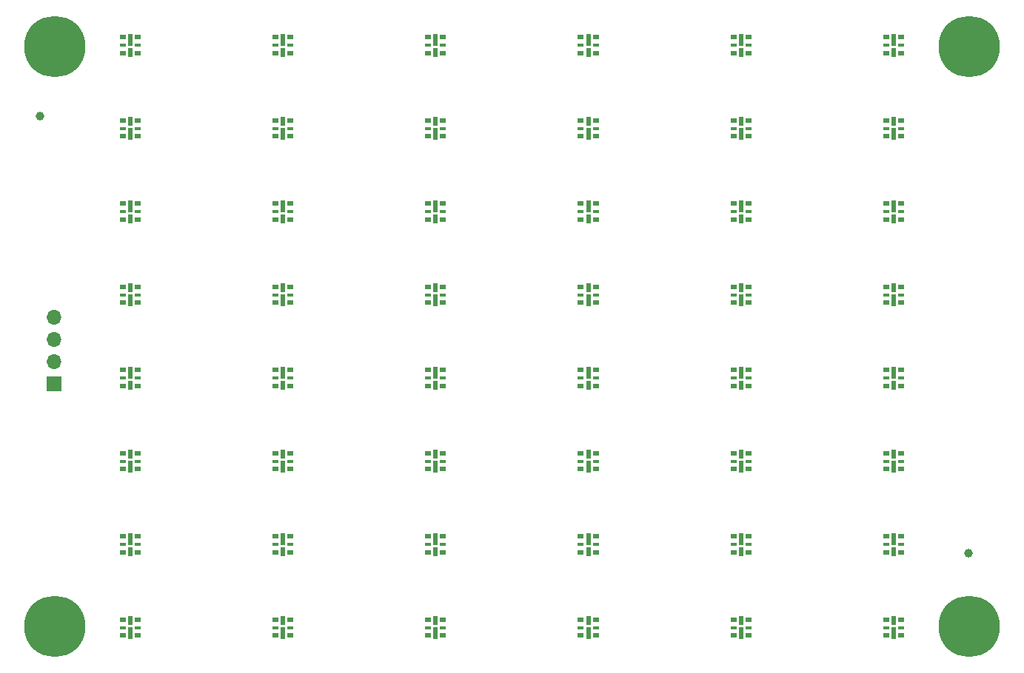
<source format=gbr>
G04 #@! TF.GenerationSoftware,KiCad,Pcbnew,(5.1.4-0-10_14)*
G04 #@! TF.CreationDate,2020-04-27T22:32:42-07:00*
G04 #@! TF.ProjectId,LED_Board_s_,4c45445f-426f-4617-9264-5f735f2e6b69,rev?*
G04 #@! TF.SameCoordinates,Original*
G04 #@! TF.FileFunction,Soldermask,Top*
G04 #@! TF.FilePolarity,Negative*
%FSLAX46Y46*%
G04 Gerber Fmt 4.6, Leading zero omitted, Abs format (unit mm)*
G04 Created by KiCad (PCBNEW (5.1.4-0-10_14)) date 2020-04-27 22:32:42*
%MOMM*%
%LPD*%
G04 APERTURE LIST*
%ADD10C,1.000000*%
%ADD11O,1.700000X1.700000*%
%ADD12R,1.700000X1.700000*%
%ADD13C,7.000000*%
%ADD14C,0.800000*%
%ADD15R,0.500000X1.480000*%
%ADD16R,0.500000X1.000000*%
%ADD17R,0.800000X0.500000*%
%ADD18R,0.800000X0.300000*%
G04 APERTURE END LIST*
D10*
X124410000Y-83960000D03*
X18210000Y-33890000D03*
D11*
X19870000Y-56940000D03*
X19870000Y-59480000D03*
X19870000Y-62020000D03*
D12*
X19870000Y-64560000D03*
D13*
X124460001Y-92310001D03*
X124460001Y-25909999D03*
D14*
X21816154Y-90453846D03*
X19959999Y-89685001D03*
X18103844Y-90453846D03*
X17334999Y-92310001D03*
X18103844Y-94166156D03*
X19959999Y-94935001D03*
X21816154Y-94166156D03*
X22584999Y-92310001D03*
D13*
X19959999Y-92310001D03*
X19959999Y-25909999D03*
D15*
X28560000Y-93037500D03*
D16*
X28560000Y-91617500D03*
D17*
X29410000Y-91547500D03*
X29410000Y-93347500D03*
D18*
X29410000Y-92447500D03*
D17*
X27710000Y-93347500D03*
D18*
X27710000Y-92447500D03*
D17*
X27710000Y-91547500D03*
D15*
X46020000Y-93037500D03*
D16*
X46020000Y-91617500D03*
D17*
X46870000Y-91547500D03*
X46870000Y-93347500D03*
D18*
X46870000Y-92447500D03*
D17*
X45170000Y-93347500D03*
D18*
X45170000Y-92447500D03*
D17*
X45170000Y-91547500D03*
D15*
X63480000Y-93037500D03*
D16*
X63480000Y-91617500D03*
D17*
X64330000Y-91547500D03*
X64330000Y-93347500D03*
D18*
X64330000Y-92447500D03*
D17*
X62630000Y-93347500D03*
D18*
X62630000Y-92447500D03*
D17*
X62630000Y-91547500D03*
D15*
X80940000Y-93037500D03*
D16*
X80940000Y-91617500D03*
D17*
X81790000Y-91547500D03*
X81790000Y-93347500D03*
D18*
X81790000Y-92447500D03*
D17*
X80090000Y-93347500D03*
D18*
X80090000Y-92447500D03*
D17*
X80090000Y-91547500D03*
D15*
X98400000Y-93037500D03*
D16*
X98400000Y-91617500D03*
D17*
X99250000Y-91547500D03*
X99250000Y-93347500D03*
D18*
X99250000Y-92447500D03*
D17*
X97550000Y-93347500D03*
D18*
X97550000Y-92447500D03*
D17*
X97550000Y-91547500D03*
D15*
X115860000Y-93037500D03*
D16*
X115860000Y-91617500D03*
D17*
X116710000Y-91547500D03*
X116710000Y-93347500D03*
D18*
X116710000Y-92447500D03*
D17*
X115010000Y-93347500D03*
D18*
X115010000Y-92447500D03*
D17*
X115010000Y-91547500D03*
D15*
X115860000Y-82332500D03*
D16*
X115860000Y-83752500D03*
D17*
X115010000Y-83822500D03*
X115010000Y-82022500D03*
D18*
X115010000Y-82922500D03*
D17*
X116710000Y-82022500D03*
D18*
X116710000Y-82922500D03*
D17*
X116710000Y-83822500D03*
D15*
X98400000Y-82332500D03*
D16*
X98400000Y-83752500D03*
D17*
X97550000Y-83822500D03*
X97550000Y-82022500D03*
D18*
X97550000Y-82922500D03*
D17*
X99250000Y-82022500D03*
D18*
X99250000Y-82922500D03*
D17*
X99250000Y-83822500D03*
D15*
X80940000Y-82332500D03*
D16*
X80940000Y-83752500D03*
D17*
X80090000Y-83822500D03*
X80090000Y-82022500D03*
D18*
X80090000Y-82922500D03*
D17*
X81790000Y-82022500D03*
D18*
X81790000Y-82922500D03*
D17*
X81790000Y-83822500D03*
D15*
X63480000Y-82332500D03*
D16*
X63480000Y-83752500D03*
D17*
X62630000Y-83822500D03*
X62630000Y-82022500D03*
D18*
X62630000Y-82922500D03*
D17*
X64330000Y-82022500D03*
D18*
X64330000Y-82922500D03*
D17*
X64330000Y-83822500D03*
D15*
X46020000Y-82332500D03*
D16*
X46020000Y-83752500D03*
D17*
X45170000Y-83822500D03*
X45170000Y-82022500D03*
D18*
X45170000Y-82922500D03*
D17*
X46870000Y-82022500D03*
D18*
X46870000Y-82922500D03*
D17*
X46870000Y-83822500D03*
D15*
X28560000Y-82332500D03*
D16*
X28560000Y-83752500D03*
D17*
X27710000Y-83822500D03*
X27710000Y-82022500D03*
D18*
X27710000Y-82922500D03*
D17*
X29410000Y-82022500D03*
D18*
X29410000Y-82922500D03*
D17*
X29410000Y-83822500D03*
D15*
X28560000Y-73987500D03*
D16*
X28560000Y-72567500D03*
D17*
X29410000Y-72497500D03*
X29410000Y-74297500D03*
D18*
X29410000Y-73397500D03*
D17*
X27710000Y-74297500D03*
D18*
X27710000Y-73397500D03*
D17*
X27710000Y-72497500D03*
D15*
X46020000Y-73987500D03*
D16*
X46020000Y-72567500D03*
D17*
X46870000Y-72497500D03*
X46870000Y-74297500D03*
D18*
X46870000Y-73397500D03*
D17*
X45170000Y-74297500D03*
D18*
X45170000Y-73397500D03*
D17*
X45170000Y-72497500D03*
D15*
X63480000Y-73987500D03*
D16*
X63480000Y-72567500D03*
D17*
X64330000Y-72497500D03*
X64330000Y-74297500D03*
D18*
X64330000Y-73397500D03*
D17*
X62630000Y-74297500D03*
D18*
X62630000Y-73397500D03*
D17*
X62630000Y-72497500D03*
D15*
X80940000Y-73987500D03*
D16*
X80940000Y-72567500D03*
D17*
X81790000Y-72497500D03*
X81790000Y-74297500D03*
D18*
X81790000Y-73397500D03*
D17*
X80090000Y-74297500D03*
D18*
X80090000Y-73397500D03*
D17*
X80090000Y-72497500D03*
D15*
X98400000Y-73987500D03*
D16*
X98400000Y-72567500D03*
D17*
X99250000Y-72497500D03*
X99250000Y-74297500D03*
D18*
X99250000Y-73397500D03*
D17*
X97550000Y-74297500D03*
D18*
X97550000Y-73397500D03*
D17*
X97550000Y-72497500D03*
D15*
X115860000Y-73987500D03*
D16*
X115860000Y-72567500D03*
D17*
X116710000Y-72497500D03*
X116710000Y-74297500D03*
D18*
X116710000Y-73397500D03*
D17*
X115010000Y-74297500D03*
D18*
X115010000Y-73397500D03*
D17*
X115010000Y-72497500D03*
D15*
X115860000Y-63282500D03*
D16*
X115860000Y-64702500D03*
D17*
X115010000Y-64772500D03*
X115010000Y-62972500D03*
D18*
X115010000Y-63872500D03*
D17*
X116710000Y-62972500D03*
D18*
X116710000Y-63872500D03*
D17*
X116710000Y-64772500D03*
D15*
X98400000Y-63282500D03*
D16*
X98400000Y-64702500D03*
D17*
X97550000Y-64772500D03*
X97550000Y-62972500D03*
D18*
X97550000Y-63872500D03*
D17*
X99250000Y-62972500D03*
D18*
X99250000Y-63872500D03*
D17*
X99250000Y-64772500D03*
D15*
X80940000Y-63282500D03*
D16*
X80940000Y-64702500D03*
D17*
X80090000Y-64772500D03*
X80090000Y-62972500D03*
D18*
X80090000Y-63872500D03*
D17*
X81790000Y-62972500D03*
D18*
X81790000Y-63872500D03*
D17*
X81790000Y-64772500D03*
D15*
X63480000Y-63282500D03*
D16*
X63480000Y-64702500D03*
D17*
X62630000Y-64772500D03*
X62630000Y-62972500D03*
D18*
X62630000Y-63872500D03*
D17*
X64330000Y-62972500D03*
D18*
X64330000Y-63872500D03*
D17*
X64330000Y-64772500D03*
D15*
X46020000Y-63282500D03*
D16*
X46020000Y-64702500D03*
D17*
X45170000Y-64772500D03*
X45170000Y-62972500D03*
D18*
X45170000Y-63872500D03*
D17*
X46870000Y-62972500D03*
D18*
X46870000Y-63872500D03*
D17*
X46870000Y-64772500D03*
D15*
X28560000Y-63282500D03*
D16*
X28560000Y-64702500D03*
D17*
X27710000Y-64772500D03*
X27710000Y-62972500D03*
D18*
X27710000Y-63872500D03*
D17*
X29410000Y-62972500D03*
D18*
X29410000Y-63872500D03*
D17*
X29410000Y-64772500D03*
D15*
X28560000Y-54937500D03*
D16*
X28560000Y-53517500D03*
D17*
X29410000Y-53447500D03*
X29410000Y-55247500D03*
D18*
X29410000Y-54347500D03*
D17*
X27710000Y-55247500D03*
D18*
X27710000Y-54347500D03*
D17*
X27710000Y-53447500D03*
D15*
X46020000Y-54937500D03*
D16*
X46020000Y-53517500D03*
D17*
X46870000Y-53447500D03*
X46870000Y-55247500D03*
D18*
X46870000Y-54347500D03*
D17*
X45170000Y-55247500D03*
D18*
X45170000Y-54347500D03*
D17*
X45170000Y-53447500D03*
D15*
X63480000Y-54937500D03*
D16*
X63480000Y-53517500D03*
D17*
X64330000Y-53447500D03*
X64330000Y-55247500D03*
D18*
X64330000Y-54347500D03*
D17*
X62630000Y-55247500D03*
D18*
X62630000Y-54347500D03*
D17*
X62630000Y-53447500D03*
D15*
X80940000Y-54937500D03*
D16*
X80940000Y-53517500D03*
D17*
X81790000Y-53447500D03*
X81790000Y-55247500D03*
D18*
X81790000Y-54347500D03*
D17*
X80090000Y-55247500D03*
D18*
X80090000Y-54347500D03*
D17*
X80090000Y-53447500D03*
D15*
X98400000Y-54937500D03*
D16*
X98400000Y-53517500D03*
D17*
X99250000Y-53447500D03*
X99250000Y-55247500D03*
D18*
X99250000Y-54347500D03*
D17*
X97550000Y-55247500D03*
D18*
X97550000Y-54347500D03*
D17*
X97550000Y-53447500D03*
D15*
X115860000Y-54937500D03*
D16*
X115860000Y-53517500D03*
D17*
X116710000Y-53447500D03*
X116710000Y-55247500D03*
D18*
X116710000Y-54347500D03*
D17*
X115010000Y-55247500D03*
D18*
X115010000Y-54347500D03*
D17*
X115010000Y-53447500D03*
D15*
X115860000Y-44232500D03*
D16*
X115860000Y-45652500D03*
D17*
X115010000Y-45722500D03*
X115010000Y-43922500D03*
D18*
X115010000Y-44822500D03*
D17*
X116710000Y-43922500D03*
D18*
X116710000Y-44822500D03*
D17*
X116710000Y-45722500D03*
D15*
X98400000Y-44232500D03*
D16*
X98400000Y-45652500D03*
D17*
X97550000Y-45722500D03*
X97550000Y-43922500D03*
D18*
X97550000Y-44822500D03*
D17*
X99250000Y-43922500D03*
D18*
X99250000Y-44822500D03*
D17*
X99250000Y-45722500D03*
D15*
X80940000Y-44232500D03*
D16*
X80940000Y-45652500D03*
D17*
X80090000Y-45722500D03*
X80090000Y-43922500D03*
D18*
X80090000Y-44822500D03*
D17*
X81790000Y-43922500D03*
D18*
X81790000Y-44822500D03*
D17*
X81790000Y-45722500D03*
D15*
X63480000Y-44232500D03*
D16*
X63480000Y-45652500D03*
D17*
X62630000Y-45722500D03*
X62630000Y-43922500D03*
D18*
X62630000Y-44822500D03*
D17*
X64330000Y-43922500D03*
D18*
X64330000Y-44822500D03*
D17*
X64330000Y-45722500D03*
D15*
X46020000Y-44232500D03*
D16*
X46020000Y-45652500D03*
D17*
X45170000Y-45722500D03*
X45170000Y-43922500D03*
D18*
X45170000Y-44822500D03*
D17*
X46870000Y-43922500D03*
D18*
X46870000Y-44822500D03*
D17*
X46870000Y-45722500D03*
D15*
X28560000Y-44232500D03*
D16*
X28560000Y-45652500D03*
D17*
X27710000Y-45722500D03*
X27710000Y-43922500D03*
D18*
X27710000Y-44822500D03*
D17*
X29410000Y-43922500D03*
D18*
X29410000Y-44822500D03*
D17*
X29410000Y-45722500D03*
D15*
X28560000Y-35887500D03*
D16*
X28560000Y-34467500D03*
D17*
X29410000Y-34397500D03*
X29410000Y-36197500D03*
D18*
X29410000Y-35297500D03*
D17*
X27710000Y-36197500D03*
D18*
X27710000Y-35297500D03*
D17*
X27710000Y-34397500D03*
D15*
X46020000Y-35887500D03*
D16*
X46020000Y-34467500D03*
D17*
X46870000Y-34397500D03*
X46870000Y-36197500D03*
D18*
X46870000Y-35297500D03*
D17*
X45170000Y-36197500D03*
D18*
X45170000Y-35297500D03*
D17*
X45170000Y-34397500D03*
D15*
X63480000Y-35887500D03*
D16*
X63480000Y-34467500D03*
D17*
X64330000Y-34397500D03*
X64330000Y-36197500D03*
D18*
X64330000Y-35297500D03*
D17*
X62630000Y-36197500D03*
D18*
X62630000Y-35297500D03*
D17*
X62630000Y-34397500D03*
D15*
X80940000Y-35887500D03*
D16*
X80940000Y-34467500D03*
D17*
X81790000Y-34397500D03*
X81790000Y-36197500D03*
D18*
X81790000Y-35297500D03*
D17*
X80090000Y-36197500D03*
D18*
X80090000Y-35297500D03*
D17*
X80090000Y-34397500D03*
D15*
X98400000Y-35887500D03*
D16*
X98400000Y-34467500D03*
D17*
X99250000Y-34397500D03*
X99250000Y-36197500D03*
D18*
X99250000Y-35297500D03*
D17*
X97550000Y-36197500D03*
D18*
X97550000Y-35297500D03*
D17*
X97550000Y-34397500D03*
D15*
X115860000Y-35887500D03*
D16*
X115860000Y-34467500D03*
D17*
X116710000Y-34397500D03*
X116710000Y-36197500D03*
D18*
X116710000Y-35297500D03*
D17*
X115010000Y-36197500D03*
D18*
X115010000Y-35297500D03*
D17*
X115010000Y-34397500D03*
D15*
X115860000Y-25182500D03*
D16*
X115860000Y-26602500D03*
D17*
X115010000Y-26672500D03*
X115010000Y-24872500D03*
D18*
X115010000Y-25772500D03*
D17*
X116710000Y-24872500D03*
D18*
X116710000Y-25772500D03*
D17*
X116710000Y-26672500D03*
D15*
X98400000Y-25182500D03*
D16*
X98400000Y-26602500D03*
D17*
X97550000Y-26672500D03*
X97550000Y-24872500D03*
D18*
X97550000Y-25772500D03*
D17*
X99250000Y-24872500D03*
D18*
X99250000Y-25772500D03*
D17*
X99250000Y-26672500D03*
D15*
X80940000Y-25182500D03*
D16*
X80940000Y-26602500D03*
D17*
X80090000Y-26672500D03*
X80090000Y-24872500D03*
D18*
X80090000Y-25772500D03*
D17*
X81790000Y-24872500D03*
D18*
X81790000Y-25772500D03*
D17*
X81790000Y-26672500D03*
D15*
X63480000Y-25182500D03*
D16*
X63480000Y-26602500D03*
D17*
X62630000Y-26672500D03*
X62630000Y-24872500D03*
D18*
X62630000Y-25772500D03*
D17*
X64330000Y-24872500D03*
D18*
X64330000Y-25772500D03*
D17*
X64330000Y-26672500D03*
D15*
X46020000Y-25182500D03*
D16*
X46020000Y-26602500D03*
D17*
X45170000Y-26672500D03*
X45170000Y-24872500D03*
D18*
X45170000Y-25772500D03*
D17*
X46870000Y-24872500D03*
D18*
X46870000Y-25772500D03*
D17*
X46870000Y-26672500D03*
D15*
X28560000Y-25182500D03*
D16*
X28560000Y-26602500D03*
D17*
X27710000Y-26672500D03*
X27710000Y-24872500D03*
D18*
X27710000Y-25772500D03*
D17*
X29410000Y-24872500D03*
D18*
X29410000Y-25772500D03*
D17*
X29410000Y-26672500D03*
M02*

</source>
